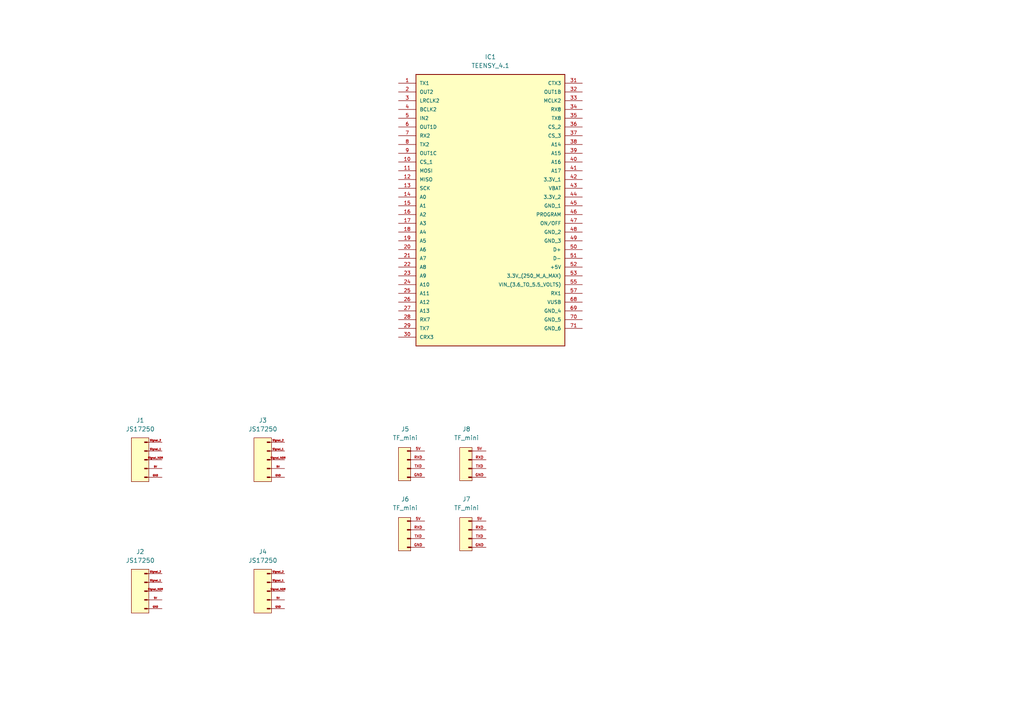
<source format=kicad_sch>
(kicad_sch (version 20250114) (generator "eeschema") (generator_version "9.0")
  (paper "A4")
  (lib_symbols
    (symbol "LidarSensor:TF_mini" (pin_names (offset 1.016) (hide yes))
      (property "Reference" "J" (at 0 5.08 0))
      (property "Value" "TF_mini" (at 0 -7.62 0))
      (symbol "TF_mini_1_1"
        (rectangle (start -2.54 3.556) (end 1.016 -6.096) (fill (type background)))
        (rectangle (start 0.8636 2.667) (end 0 2.413) (stroke (width 0.1524)) (fill (type outline)))
        (rectangle (start 0.8636 0.127) (end 0 -0.127) (stroke (width 0.1524)) (fill (type outline)))
        (rectangle (start 0.8636 -2.413) (end 0 -2.667) (stroke (width 0.1524)) (fill (type outline)))
        (rectangle (start 0.8636 -4.953) (end 0 -5.207) (stroke (width 0.1524)) (fill (type outline)))
        (polyline (pts (xy 1.27 2.54) (xy 0.8636 2.54)) (stroke (width 0.1524)))
        (polyline (pts (xy 1.27 0) (xy 0.8636 0)) (stroke (width 0.1524)))
        (polyline (pts (xy 1.27 -2.54) (xy 0.8636 -2.54)) (stroke (width 0.1524)))
        (polyline (pts (xy 1.27 -5.08) (xy 0.8636 -5.08)) (stroke (width 0.1524)))
        (pin passive line (at 5.08 2.54 180) (length 3.81) (name "Pin_1") (number "5V"))
        (pin passive line (at 5.08 0 180) (length 3.81) (name "Pin_2") (number "RXD"))
        (pin passive line (at 5.08 -2.54 180) (length 3.81) (name "Pin_3") (number "TXD"))
        (pin passive line (at 5.08 -5.08 180) (length 3.81) (name "Pin_4") (number "GND"))
      )
    )
    (symbol "Line_Sensors:JS17250" (pin_names (offset 1.016) (hide yes))
      (property "Reference" "J" (at 0 7.62 0))
      (property "Value" "JS17250" (at 0 -7.62 0))
      (symbol "JS17250_1_1"
        (rectangle (start -3.81 6.35) (end 1.27 -6.35) (fill (type background)))
        (rectangle (start 0.8636 5.207) (end 0 4.953) (stroke (width 0.1524)) (fill (type outline)))
        (rectangle (start 0.8636 2.667) (end 0 2.413) (stroke (width 0.1524)) (fill (type outline)))
        (rectangle (start 0.8636 0.127) (end 0 -0.127) (stroke (width 0.1524)) (fill (type outline)))
        (rectangle (start 0.8636 -2.413) (end 0 -2.667) (stroke (width 0.1524)) (fill (type outline)))
        (rectangle (start 0.8636 -4.953) (end 0 -5.207) (stroke (width 0.1524)) (fill (type outline)))
        (polyline (pts (xy 1.27 5.08) (xy 0.8636 5.08)) (stroke (width 0.1524)))
        (polyline (pts (xy 1.27 2.54) (xy 0.8636 2.54)) (stroke (width 0.1524)))
        (polyline (pts (xy 1.27 0) (xy 0.8636 0)) (stroke (width 0.1524)))
        (polyline (pts (xy 1.27 -2.54) (xy 0.8636 -2.54)) (stroke (width 0.1524)))
        (polyline (pts (xy 1.27 -5.08) (xy 0.8636 -5.08)) (stroke (width 0.1524)))
        (pin passive line (at 5.08 5.08 180) (length 3.81) (name "Pin_1") (number "Signal_2"))
        (pin passive line (at 5.08 2.54 180) (length 3.81) (name "Pin_2") (number "Signal_1"))
        (pin passive line (at 5.08 0 180) (length 3.81) (name "Pin_3") (number "Signal_NOR"))
        (pin passive line (at 5.08 -2.54 180) (length 3.81) (name "Pin_4") (number "5V"))
        (pin passive line (at 5.08 -5.08 180) (length 3.81) (name "Pin_5") (number "GND"))
      )
    )
    (symbol "TEENSY_4.1:TEENSY_4.1" (pin_names (offset 1.016))
      (property "Reference" "IC" (at 49.53 7.62 0))
      (property "Value" "TEENSY_4.1" (at 49.53 5.08 0))
      (symbol "TEENSY_4.1_0_0"
        (rectangle (start 5.08 -76.2) (end 48.26 2.54) (stroke (width 0.254)) (fill (type background)))
        (pin bidirectional line (at 0 0 0) (length 5.08) (name "TX1") (number "1"))
        (pin bidirectional line (at 0 -2.54 0) (length 5.08) (name "OUT2") (number "2"))
        (pin bidirectional line (at 0 -5.08 0) (length 5.08) (name "LRCLK2") (number "3"))
        (pin bidirectional line (at 0 -7.62 0) (length 5.08) (name "BCLK2") (number "4"))
        (pin bidirectional line (at 0 -10.16 0) (length 5.08) (name "IN2") (number "5"))
        (pin bidirectional line (at 0 -12.7 0) (length 5.08) (name "OUT1D") (number "6"))
        (pin bidirectional line (at 0 -15.24 0) (length 5.08) (name "RX2") (number "7"))
        (pin bidirectional line (at 0 -17.78 0) (length 5.08) (name "TX2") (number "8"))
        (pin bidirectional line (at 0 -20.32 0) (length 5.08) (name "OUT1C") (number "9"))
        (pin bidirectional line (at 0 -22.86 0) (length 5.08) (name "CS_1") (number "10"))
        (pin bidirectional line (at 0 -25.4 0) (length 5.08) (name "MOSI") (number "11"))
        (pin bidirectional line (at 0 -27.94 0) (length 5.08) (name "MISO") (number "12"))
        (pin bidirectional line (at 0 -30.48 0) (length 5.08) (name "SCK") (number "13"))
        (pin bidirectional line (at 0 -33.02 0) (length 5.08) (name "A0") (number "14"))
        (pin bidirectional line (at 0 -35.56 0) (length 5.08) (name "A1") (number "15"))
        (pin bidirectional line (at 0 -38.1 0) (length 5.08) (name "A2") (number "16"))
        (pin bidirectional line (at 0 -40.64 0) (length 5.08) (name "A3") (number "17"))
        (pin bidirectional line (at 0 -43.18 0) (length 5.08) (name "A4") (number "18"))
        (pin bidirectional line (at 0 -45.72 0) (length 5.08) (name "A5") (number "19"))
        (pin bidirectional line (at 0 -48.26 0) (length 5.08) (name "A6") (number "20"))
        (pin bidirectional line (at 0 -50.8 0) (length 5.08) (name "A7") (number "21"))
        (pin bidirectional line (at 0 -53.34 0) (length 5.08) (name "A8") (number "22"))
        (pin bidirectional line (at 0 -55.88 0) (length 5.08) (name "A9") (number "23"))
        (pin bidirectional line (at 0 -58.42 0) (length 5.08) (name "A10") (number "24"))
        (pin bidirectional line (at 0 -60.96 0) (length 5.08) (name "A11") (number "25"))
        (pin bidirectional line (at 0 -63.5 0) (length 5.08) (name "A12") (number "26"))
        (pin bidirectional line (at 0 -66.04 0) (length 5.08) (name "A13") (number "27"))
        (pin bidirectional line (at 0 -68.58 0) (length 5.08) (name "RX7") (number "28"))
        (pin bidirectional line (at 0 -71.12 0) (length 5.08) (name "TX7") (number "29"))
        (pin bidirectional line (at 0 -73.66 0) (length 5.08) (name "CRX3") (number "30"))
        (pin bidirectional line (at 53.34 0 180) (length 5.08) (name "CTX3") (number "31"))
        (pin bidirectional line (at 53.34 -2.54 180) (length 5.08) (name "OUT1B") (number "32"))
        (pin bidirectional line (at 53.34 -5.08 180) (length 5.08) (name "MCLK2") (number "33"))
        (pin bidirectional line (at 53.34 -7.62 180) (length 5.08) (name "RX8") (number "34"))
        (pin bidirectional line (at 53.34 -10.16 180) (length 5.08) (name "TX8") (number "35"))
        (pin bidirectional line (at 53.34 -12.7 180) (length 5.08) (name "CS_2") (number "36"))
        (pin bidirectional line (at 53.34 -15.24 180) (length 5.08) (name "CS_3") (number "37"))
        (pin bidirectional line (at 53.34 -17.78 180) (length 5.08) (name "A14") (number "38"))
        (pin bidirectional line (at 53.34 -20.32 180) (length 5.08) (name "A15") (number "39"))
        (pin bidirectional line (at 53.34 -22.86 180) (length 5.08) (name "A16") (number "40"))
        (pin bidirectional line (at 53.34 -25.4 180) (length 5.08) (name "A17") (number "41"))
        (pin bidirectional line (at 53.34 -27.94 180) (length 5.08) (name "3.3V_1") (number "42"))
        (pin bidirectional line (at 53.34 -30.48 180) (length 5.08) (name "VBAT") (number "43"))
        (pin bidirectional line (at 53.34 -33.02 180) (length 5.08) (name "3.3V_2") (number "44"))
        (pin bidirectional line (at 53.34 -35.56 180) (length 5.08) (name "GND_1") (number "45"))
        (pin bidirectional line (at 53.34 -38.1 180) (length 5.08) (name "PROGRAM") (number "46"))
        (pin bidirectional line (at 53.34 -40.64 180) (length 5.08) (name "ON/OFF") (number "47"))
        (pin bidirectional line (at 53.34 -43.18 180) (length 5.08) (name "GND_2") (number "48"))
        (pin bidirectional line (at 53.34 -45.72 180) (length 5.08) (name "GND_3") (number "49"))
        (pin bidirectional line (at 53.34 -48.26 180) (length 5.08) (name "D+") (number "50"))
        (pin bidirectional line (at 53.34 -50.8 180) (length 5.08) (name "D-") (number "51"))
        (pin bidirectional line (at 53.34 -53.34 180) (length 5.08) (name "+5V") (number "52"))
        (pin bidirectional line (at 53.34 -55.88 180) (length 5.08) (name "3.3V_(250_M_A_MAX)") (number "53"))
        (pin bidirectional line (at 53.34 -58.42 180) (length 5.08) (name "VIN_(3.6_TO_5.5_VOLTS)") (number "55"))
        (pin bidirectional line (at 53.34 -60.96 180) (length 5.08) (name "RX1") (number "57"))
        (pin bidirectional line (at 53.34 -63.5 180) (length 5.08) (name "VUSB") (number "68"))
        (pin bidirectional line (at 53.34 -66.04 180) (length 5.08) (name "GND_4") (number "69"))
        (pin bidirectional line (at 53.34 -68.58 180) (length 5.08) (name "GND_5") (number "70"))
        (pin bidirectional line (at 53.34 -71.12 180) (length 5.08) (name "GND_6") (number "71"))
      )
    )
  )
  (symbol (lib_id "Line_Sensors:JS17250") (at 41.91 171.45 0) (unit 1)
    (property "Reference" "J2" (at 40.6781 160.02 0))
    (property "Value" "JS17250" (at 40.6781 162.56 0))
    (property "Description" "Generic connector, single row, 01x05, script generated" (effects (hide yes)))
  )
  (symbol (lib_id "LidarSensor:TF_mini") (at 135.89 153.67 0) (unit 1)
    (property "Reference" "J7" (at 135.2931 144.78 0))
    (property "Value" "TF_mini" (at 135.2931 147.32 0))
    (property "Description" "Generic connector, single row, 01x04, script generated" (effects (hide yes)))
  )
  (symbol (lib_id "LidarSensor:TF_mini") (at 118.11 133.35 0) (unit 1)
    (property "Reference" "J5" (at 117.5131 124.46 0))
    (property "Value" "TF_mini" (at 117.5131 127 0))
    (property "Description" "Generic connector, single row, 01x04, script generated" (effects (hide yes)))
  )
  (symbol (lib_id "Line_Sensors:JS17250") (at 77.47 133.35 0) (unit 1)
    (property "Reference" "J3" (at 76.2381 121.92 0))
    (property "Value" "JS17250" (at 76.2381 124.46 0))
    (property "Description" "Generic connector, single row, 01x05, script generated" (effects (hide yes)))
  )
  (symbol (lib_id "Line_Sensors:JS17250") (at 77.47 171.45 0) (unit 1)
    (property "Reference" "J4" (at 76.2381 160.02 0))
    (property "Value" "JS17250" (at 76.2381 162.56 0))
    (property "Description" "Generic connector, single row, 01x05, script generated" (effects (hide yes)))
  )
  (symbol (lib_id "LidarSensor:TF_mini") (at 118.11 153.67 0) (unit 1)
    (property "Reference" "J6" (at 117.5131 144.78 0))
    (property "Value" "TF_mini" (at 117.5131 147.32 0))
    (property "Description" "Generic connector, single row, 01x04, script generated" (effects (hide yes)))
  )
  (symbol (lib_id "LidarSensor:TF_mini") (at 135.89 133.35 0) (unit 1)
    (property "Reference" "J8" (at 135.2931 124.46 0))
    (property "Value" "TF_mini" (at 135.2931 127 0))
    (property "Description" "Generic connector, single row, 01x04, script generated" (effects (hide yes)))
  )
  (symbol (lib_id "TEENSY_4.1:TEENSY_4.1") (at 115.57 24.13 0) (unit 1)
    (property "Reference" "IC1" (at 142.24 16.51 0))
    (property "Value" "TEENSY_4.1" (at 142.24 19.05 0))
    (property "Footprint" "TEENSY_4.1:TEENSY41" (effects (hide yes)))
    (property "Manufacturer_Name" "PJRC" (effects (hide yes)))
    (property "MF" "PJRC" (effects (hide yes)))
    (property "Price" "None" (effects (hide yes)))
    (property "Package" "None" (effects (hide yes)))
    (property "Check_prices" "https://www.snapeda.com/parts/Teensy%204.1/PJRC/view-part/?ref=eda" (effects (hide yes)))
    (property "Height" "mm" (effects (hide yes)))
    (property "MP" "Teensy 4.1" (effects (hide yes)))
    (property "SnapEDA_Link" "https://www.snapeda.com/parts/Teensy%204.1/PJRC/view-part/?ref=snap" (effects (hide yes)))
    (property "Availability" "Not in stock" (effects (hide yes)))
    (property "Manufacturer_Part_Number" "TEENSY 4.1" (effects (hide yes)))
  )
  (symbol (lib_id "Line_Sensors:JS17250") (at 41.91 133.35 0) (unit 1)
    (property "Reference" "J1" (at 40.6781 121.92 0))
    (property "Value" "JS17250" (at 40.6781 124.46 0))
    (property "Description" "Generic connector, single row, 01x05, script generated" (effects (hide yes)))
  )
)
</source>
